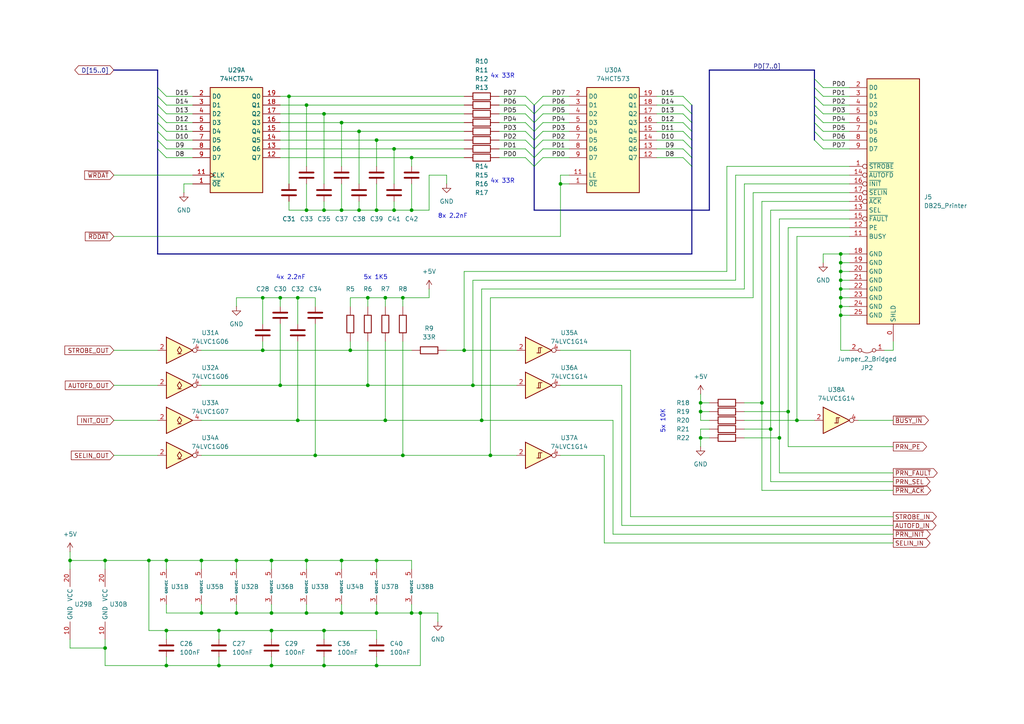
<source format=kicad_sch>
(kicad_sch (version 20231120) (generator "eeschema") (generator_version "8.0")
  (paper "A4")
  (title_block (title "PRINTER PORT") (date "2024-02-22") (rev "1") (company "(C) TOM STOREY") (comment 1 "FREE FOR NON-COMMERCIAL USE"))
  (lib_symbols
    (symbol "COMET_symbols:74x1G06"
      (property "Reference" "U" (at 0 0 0))
      (property "Value" "74x1G06" (at 0 0 0))
      (symbol "74x1G06_1_1"
        (pin input line (at -5.08 0 0) (length 2.54) (name "~") (number "2"))
        (pin open_collector inverted (at 7.62 0 180) (length 2.54) (name "~") (number "4"))
      )
      (symbol "74x1G06_1_2"
        (pin input inverted (at -5.08 0 0) (length 2.54) (name "~") (number "2"))
        (pin open_collector line (at 7.62 0 180) (length 2.54) (name "~") (number "4"))
      )
      (symbol "74x1G06_2_1"
        (pin power_in line (at 0 -5.08 90) (length 2.54) (name "GND") (number "3"))
        (pin power_in line (at 0 5.08 270) (length 2.54) (name "VCC") (number "5"))
      )
      (symbol "74x1G06_2_2"
        (pin power_in line (at 0 -5.08 90) (length 2.54) (name "GND") (number "3"))
        (pin power_in line (at 0 5.08 270) (length 2.54) (name "VCC") (number "5"))
      )
    )
    (symbol "COMET_symbols:74x1G07"
      (property "Reference" "U" (at 0 0 0))
      (property "Value" "74x1G07" (at 0 0 0))
      (symbol "74x1G07_1_1"
        (pin input line (at -5.08 0 0) (length 2.54) (name "~") (number "2"))
        (pin open_collector line (at 7.62 0 180) (length 2.54) (name "~") (number "4"))
      )
      (symbol "74x1G07_1_2"
        (pin input inverted (at -5.08 0 0) (length 2.54) (name "~") (number "2"))
        (pin open_collector inverted (at 7.62 0 180) (length 2.54) (name "~") (number "4"))
      )
      (symbol "74x1G07_2_1"
        (pin power_in line (at 0 -5.08 90) (length 2.54) (name "GND") (number "3"))
        (pin power_in line (at 0 5.08 270) (length 2.54) (name "VCC") (number "5"))
      )
      (symbol "74x1G07_2_2"
        (pin power_in line (at 0 -5.08 90) (length 2.54) (name "GND") (number "3"))
        (pin power_in line (at 0 5.08 270) (length 2.54) (name "VCC") (number "5"))
      )
    )
    (symbol "COMET_symbols:74x1G14"
      (property "Reference" "U" (at 0 0 0))
      (property "Value" "74x1G14" (at 0 0 0))
      (symbol "74x1G14_1_1"
        (pin input line (at -5.08 0 0) (length 2.54) (name "~") (number "2"))
        (pin output inverted (at 7.62 0 180) (length 2.54) (name "~") (number "4"))
      )
      (symbol "74x1G14_1_2"
        (pin input inverted (at -5.08 0 0) (length 2.54) (name "~") (number "2"))
        (pin output line (at 7.62 0 180) (length 2.54) (name "~") (number "4"))
      )
      (symbol "74x1G14_2_1"
        (pin power_in line (at 0 -5.08 90) (length 2.54) (name "GND") (number "3"))
        (pin power_in line (at 0 5.08 270) (length 2.54) (name "VCC") (number "5"))
      )
      (symbol "74x1G14_2_2"
        (pin power_in line (at 0 -5.08 90) (length 2.54) (name "GND") (number "3"))
        (pin power_in line (at 0 5.08 270) (length 2.54) (name "VCC") (number "5"))
      )
    )
    (symbol "COMET_symbols:74x573"
      (property "Reference" "U" (at 0 0 0))
      (property "Value" "74x573" (at 0 0 0))
      (symbol "74x573_1_1"
        (pin input line (at -12.7 -12.7 0) (length 5.08) (name "~{OE}") (number "1"))
        (pin input line (at -12.7 -10.16 0) (length 5.08) (name "LE") (number "11"))
        (pin tri_state line (at 12.7 -5.08 180) (length 5.08) (name "Q7") (number "12"))
        (pin tri_state line (at 12.7 -2.54 180) (length 5.08) (name "Q6") (number "13"))
        (pin tri_state line (at 12.7 0 180) (length 5.08) (name "Q5") (number "14"))
        (pin tri_state line (at 12.7 2.54 180) (length 5.08) (name "Q4") (number "15"))
        (pin tri_state line (at 12.7 5.08 180) (length 5.08) (name "Q3") (number "16"))
        (pin tri_state line (at 12.7 7.62 180) (length 5.08) (name "Q2") (number "17"))
        (pin tri_state line (at 12.7 10.16 180) (length 5.08) (name "Q1") (number "18"))
        (pin tri_state line (at 12.7 12.7 180) (length 5.08) (name "Q0") (number "19"))
        (pin input line (at -12.7 12.7 0) (length 5.08) (name "D0") (number "2"))
        (pin input line (at -12.7 10.16 0) (length 5.08) (name "D1") (number "3"))
        (pin input line (at -12.7 7.62 0) (length 5.08) (name "D2") (number "4"))
        (pin input line (at -12.7 5.08 0) (length 5.08) (name "D3") (number "5"))
        (pin input line (at -12.7 2.54 0) (length 5.08) (name "D4") (number "6"))
        (pin input line (at -12.7 0 0) (length 5.08) (name "D5") (number "7"))
        (pin input line (at -12.7 -2.54 0) (length 5.08) (name "D6") (number "8"))
        (pin input line (at -12.7 -5.08 0) (length 5.08) (name "D7") (number "9"))
      )
      (symbol "74x573_2_1"
        (pin power_in line (at 0 -10.16 90) (length 5.08) (name "GND") (number "10"))
        (pin power_in line (at 0 10.16 270) (length 5.08) (name "VCC") (number "20"))
      )
    )
    (symbol "COMET_symbols:74x574"
      (property "Reference" "U" (at 0 0 0))
      (property "Value" "74x574" (at 0 0 0))
      (symbol "74x574_1_1"
        (pin input line (at -12.7 -12.7 0) (length 5.08) (name "~{OE}") (number "1"))
        (pin input clock (at -12.7 -10.16 0) (length 5.08) (name "CLK") (number "11"))
        (pin tri_state line (at 12.7 -5.08 180) (length 5.08) (name "Q7") (number "12"))
        (pin tri_state line (at 12.7 -2.54 180) (length 5.08) (name "Q6") (number "13"))
        (pin tri_state line (at 12.7 0 180) (length 5.08) (name "Q5") (number "14"))
        (pin tri_state line (at 12.7 2.54 180) (length 5.08) (name "Q4") (number "15"))
        (pin tri_state line (at 12.7 5.08 180) (length 5.08) (name "Q3") (number "16"))
        (pin tri_state line (at 12.7 7.62 180) (length 5.08) (name "Q2") (number "17"))
        (pin tri_state line (at 12.7 10.16 180) (length 5.08) (name "Q1") (number "18"))
        (pin tri_state line (at 12.7 12.7 180) (length 5.08) (name "Q0") (number "19"))
        (pin input line (at -12.7 12.7 0) (length 5.08) (name "D0") (number "2"))
        (pin input line (at -12.7 10.16 0) (length 5.08) (name "D1") (number "3"))
        (pin input line (at -12.7 7.62 0) (length 5.08) (name "D2") (number "4"))
        (pin input line (at -12.7 5.08 0) (length 5.08) (name "D3") (number "5"))
        (pin input line (at -12.7 2.54 0) (length 5.08) (name "D4") (number "6"))
        (pin input line (at -12.7 0 0) (length 5.08) (name "D5") (number "7"))
        (pin input line (at -12.7 -2.54 0) (length 5.08) (name "D6") (number "8"))
        (pin input line (at -12.7 -5.08 0) (length 5.08) (name "D7") (number "9"))
      )
      (symbol "74x574_2_1"
        (pin power_in line (at 0 -10.16 90) (length 5.08) (name "GND") (number "10"))
        (pin power_in line (at 0 10.16 270) (length 5.08) (name "VCC") (number "20"))
      )
    )
    (symbol "COMET_symbols:C" (pin_numbers hide) (pin_names hide)
      (property "Reference" "C" (at 0 0 0))
      (property "Value" "C" (at 0 0 0))
      (symbol "C_1_1"
        (pin passive line (at 0 2.54 270) (length 1.524) (name "~") (number "1"))
        (pin passive line (at 0 -2.54 90) (length 1.524) (name "~") (number "2"))
      )
    )
    (symbol "COMET_symbols:R" (pin_numbers hide) (pin_names hide)
      (property "Reference" "R" (at 0 0 0))
      (property "Value" "R" (at 0 0 0))
      (symbol "R_1_1"
        (pin passive line (at 0 5.08 270) (length 2.54) (name "~") (number "1"))
        (pin passive line (at 0 -5.08 90) (length 2.54) (name "~") (number "2"))
      )
    )
    (symbol "Jumper:Jumper_2_Bridged" (pin_names (offset 0) hide)
      (property "Reference" "JP" (at 0 1.905 0))
      (property "Value" "Jumper_2_Bridged" (at 0 -2.54 0))
      (symbol "Jumper_2_Bridged_1_1"
        (pin passive line (at -5.08 0 0) (length 2.54) (name "A") (number "1"))
        (pin passive line (at 5.08 0 180) (length 2.54) (name "B") (number "2"))
      )
    )
    (symbol "Printer_Interface:DB25_Printer"
      (property "Reference" "X" (at 0 0 0))
      (property "Value" "DB25_Printer" (at 0 0 0))
      (symbol "DB25_Printer_1_1"
        (pin passive line (at 0 -40.64 90) (length 5.08) (name "SHLD") (number "0"))
        (pin bidirectional inverted (at -12.7 10.16 0) (length 5.08) (name "~{STROBE}") (number "1"))
        (pin output inverted (at -12.7 0 0) (length 5.08) (name "~{ACK}") (number "10"))
        (pin output line (at -12.7 -10.16 0) (length 5.08) (name "BUSY") (number "11"))
        (pin output line (at -12.7 -7.62 0) (length 5.08) (name "PE") (number "12"))
        (pin output line (at -12.7 -2.54 0) (length 5.08) (name "SEL") (number "13"))
        (pin bidirectional inverted (at -12.7 7.62 0) (length 5.08) (name "~{AUTOFD}") (number "14"))
        (pin output inverted (at -12.7 -5.08 0) (length 5.08) (name "~{FAULT}") (number "15"))
        (pin bidirectional inverted (at -12.7 5.08 0) (length 5.08) (name "~{INIT}") (number "16"))
        (pin bidirectional inverted (at -12.7 2.54 0) (length 5.08) (name "~{SELIN}") (number "17"))
        (pin power_in line (at -12.7 -15.24 0) (length 5.08) (name "GND") (number "18"))
        (pin power_in line (at -12.7 -17.78 0) (length 5.08) (name "GND") (number "19"))
        (pin bidirectional line (at -12.7 33.02 0) (length 5.08) (name "D0") (number "2"))
        (pin power_in line (at -12.7 -20.32 0) (length 5.08) (name "GND") (number "20"))
        (pin power_in line (at -12.7 -22.86 0) (length 5.08) (name "GND") (number "21"))
        (pin power_in line (at -12.7 -25.4 0) (length 5.08) (name "GND") (number "22"))
        (pin power_in line (at -12.7 -27.94 0) (length 5.08) (name "GND") (number "23"))
        (pin power_in line (at -12.7 -30.48 0) (length 5.08) (name "GND") (number "24"))
        (pin power_in line (at -12.7 -33.02 0) (length 5.08) (name "GND") (number "25"))
        (pin bidirectional line (at -12.7 30.48 0) (length 5.08) (name "D1") (number "3"))
        (pin bidirectional line (at -12.7 27.94 0) (length 5.08) (name "D2") (number "4"))
        (pin bidirectional line (at -12.7 25.4 0) (length 5.08) (name "D3") (number "5"))
        (pin bidirectional line (at -12.7 22.86 0) (length 5.08) (name "D4") (number "6"))
        (pin bidirectional line (at -12.7 20.32 0) (length 5.08) (name "D5") (number "7"))
        (pin bidirectional line (at -12.7 17.78 0) (length 5.08) (name "D6") (number "8"))
        (pin bidirectional line (at -12.7 15.24 0) (length 5.08) (name "D7") (number "9"))
      )
    )
    (symbol "power:+5V" (power) (pin_numbers hide) (pin_names (offset 0) hide)
      (property "Value" "+5V" (at 0 3.556 0))
      (symbol "+5V_1_1"
        (pin power_in line (at 0 0 90) (length 0) (name "~") (number "1"))
      )
    )
    (symbol "power:GND" (power) (pin_numbers hide) (pin_names (offset 0) hide)
      (property "Value" "GND" (at 0 -3.81 0))
      (symbol "GND_1_1"
        (pin power_in line (at 0 0 270) (length 0) (name "~") (number "1"))
      )
    )
  )
  (junction (at 78.74 193.04))
  (junction (at 203.2 116.84))
  (junction (at 134.62 101.6))
  (junction (at 104.14 60.96))
  (junction (at 58.42 177.8))
  (junction (at 81.28 111.76))
  (junction (at 142.24 132.08))
  (junction (at 76.2 101.6))
  (junction (at 243.84 81.28))
  (junction (at 104.14 38.1))
  (junction (at 48.26 162.56))
  (junction (at 99.06 177.8))
  (junction (at 226.06 127))
  (junction (at 119.38 60.96))
  (junction (at 88.9 162.56))
  (junction (at 106.68 86.36))
  (junction (at 223.52 124.46))
  (junction (at 81.28 86.36))
  (junction (at 109.22 60.96))
  (junction (at 78.74 162.56))
  (junction (at 93.98 33.02))
  (junction (at 109.22 162.56))
  (junction (at 119.38 45.72))
  (junction (at 88.9 60.96))
  (junction (at 203.2 119.38))
  (junction (at 203.2 127))
  (junction (at 109.22 193.04))
  (junction (at 68.58 177.8))
  (junction (at 58.42 162.56))
  (junction (at 99.06 162.56))
  (junction (at 88.9 177.8))
  (junction (at 101.6 101.6))
  (junction (at 76.2 86.36))
  (junction (at 116.84 86.36))
  (junction (at 243.84 83.82))
  (junction (at 48.26 182.88))
  (junction (at 243.84 76.2))
  (junction (at 48.26 193.04))
  (junction (at 243.84 73.66))
  (junction (at 109.22 40.64))
  (junction (at 99.06 35.56))
  (junction (at 243.84 88.9))
  (junction (at 43.18 162.56))
  (junction (at 30.48 187.96))
  (junction (at 86.36 86.36))
  (junction (at 93.98 60.96))
  (junction (at 114.3 60.96))
  (junction (at 78.74 182.88))
  (junction (at 220.98 116.84))
  (junction (at 243.84 78.74))
  (junction (at 139.7 121.92))
  (junction (at 99.06 60.96))
  (junction (at 63.5 193.04))
  (junction (at 228.6 119.38))
  (junction (at 114.3 43.18))
  (junction (at 30.48 162.56))
  (junction (at 121.92 177.8))
  (junction (at 109.22 177.8))
  (junction (at 88.9 30.48))
  (junction (at 231.14 121.92))
  (junction (at 111.76 86.36))
  (junction (at 93.98 182.88))
  (junction (at 116.84 132.08))
  (junction (at 106.68 111.76))
  (junction (at 63.5 182.88))
  (junction (at 111.76 121.92))
  (junction (at 20.32 162.56))
  (junction (at 119.38 177.8))
  (junction (at 162.56 53.34))
  (junction (at 137.16 111.76))
  (junction (at 68.58 162.56))
  (junction (at 78.74 177.8))
  (junction (at 91.44 132.08))
  (junction (at 83.82 27.94))
  (junction (at 243.84 86.36))
  (junction (at 86.36 121.92))
  (junction (at 93.98 193.04))
  (junction (at 243.84 91.44))
  (bus_entry (at 152.4 45.72) (size 2.54 2.54))
  (bus_entry (at 236.22 33.02) (size 2.54 2.54))
  (bus_entry (at 157.48 33.02) (size -2.54 2.54))
  (bus_entry (at 45.72 27.94) (size 2.54 2.54))
  (bus_entry (at 236.22 35.56) (size 2.54 2.54))
  (bus_entry (at 45.72 38.1) (size 2.54 2.54))
  (bus_entry (at 152.4 30.48) (size 2.54 2.54))
  (bus_entry (at 152.4 38.1) (size 2.54 2.54))
  (bus_entry (at 157.48 35.56) (size -2.54 2.54))
  (bus_entry (at 45.72 35.56) (size 2.54 2.54))
  (bus_entry (at 236.22 38.1) (size 2.54 2.54))
  (bus_entry (at 152.4 27.94) (size 2.54 2.54))
  (bus_entry (at 152.4 43.18) (size 2.54 2.54))
  (bus_entry (at 198.12 38.1) (size 2.54 2.54))
  (bus_entry (at 45.72 33.02) (size 2.54 2.54))
  (bus_entry (at 198.12 40.64) (size 2.54 2.54))
  (bus_entry (at 152.4 40.64) (size 2.54 2.54))
  (bus_entry (at 157.48 40.64) (size -2.54 2.54))
  (bus_entry (at 45.72 25.4) (size 2.54 2.54))
  (bus_entry (at 152.4 35.56) (size 2.54 2.54))
  (bus_entry (at 236.22 30.48) (size 2.54 2.54))
  (bus_entry (at 157.48 45.72) (size -2.54 2.54))
  (bus_entry (at 198.12 33.02) (size 2.54 2.54))
  (bus_entry (at 157.48 38.1) (size -2.54 2.54))
  (bus_entry (at 152.4 33.02) (size 2.54 2.54))
  (bus_entry (at 236.22 22.86) (size 2.54 2.54))
  (bus_entry (at 45.72 30.48) (size 2.54 2.54))
  (bus_entry (at 236.22 40.64) (size 2.54 2.54))
  (bus_entry (at 157.48 43.18) (size -2.54 2.54))
  (bus_entry (at 198.12 35.56) (size 2.54 2.54))
  (bus_entry (at 198.12 30.48) (size 2.54 2.54))
  (bus_entry (at 198.12 45.72) (size 2.54 2.54))
  (bus_entry (at 236.22 27.94) (size 2.54 2.54))
  (bus_entry (at 198.12 27.94) (size 2.54 2.54))
  (bus_entry (at 45.72 40.64) (size 2.54 2.54))
  (bus_entry (at 157.48 30.48) (size -2.54 2.54))
  (bus_entry (at 45.72 43.18) (size 2.54 2.54))
  (bus_entry (at 198.12 43.18) (size 2.54 2.54))
  (bus_entry (at 236.22 25.4) (size 2.54 2.54))
  (bus_entry (at 157.48 27.94) (size -2.54 2.54))
  (bus (pts (xy 236.22 38.1) (xy 236.22 40.64)))
  (wire (pts (xy 93.98 193.04) (xy 78.74 193.04)))
  (wire (pts (xy 243.84 76.2) (xy 246.38 76.2)))
  (bus (pts (xy 205.74 20.32) (xy 236.22 20.32)))
  (wire (pts (xy 88.9 60.96) (xy 93.98 60.96)))
  (wire (pts (xy 109.22 190.5) (xy 109.22 193.04)))
  (wire (pts (xy 81.28 35.56) (xy 99.06 35.56)))
  (wire (pts (xy 190.5 40.64) (xy 198.12 40.64)))
  (wire (pts (xy 68.58 162.56) (xy 68.58 165.1)))
  (bus (pts (xy 154.94 35.56) (xy 154.94 38.1)))
  (wire (pts (xy 215.9 121.92) (xy 231.14 121.92)))
  (wire (pts (xy 144.78 40.64) (xy 152.4 40.64)))
  (wire (pts (xy 124.46 86.36) (xy 116.84 86.36)))
  (wire (pts (xy 99.06 175.26) (xy 99.06 177.8)))
  (wire (pts (xy 162.56 111.76) (xy 180.34 111.76)))
  (wire (pts (xy 111.76 99.06) (xy 111.76 121.92)))
  (wire (pts (xy 203.2 119.38) (xy 205.74 119.38)))
  (wire (pts (xy 111.76 121.92) (xy 139.7 121.92)))
  (wire (pts (xy 111.76 86.36) (xy 116.84 86.36)))
  (wire (pts (xy 68.58 175.26) (xy 68.58 177.8)))
  (wire (pts (xy 203.2 124.46) (xy 203.2 127)))
  (bus (pts (xy 45.72 27.94) (xy 45.72 30.48)))
  (wire (pts (xy 175.26 157.48) (xy 259.08 157.48)))
  (wire (pts (xy 190.5 43.18) (xy 198.12 43.18)))
  (wire (pts (xy 177.8 154.94) (xy 259.08 154.94)))
  (wire (pts (xy 106.68 111.76) (xy 137.16 111.76)))
  (wire (pts (xy 142.24 132.08) (xy 149.86 132.08)))
  (wire (pts (xy 99.06 53.34) (xy 99.06 60.96)))
  (wire (pts (xy 124.46 50.8) (xy 129.54 50.8)))
  (wire (pts (xy 106.68 86.36) (xy 106.68 88.9)))
  (wire (pts (xy 109.22 40.64) (xy 109.22 48.26)))
  (wire (pts (xy 243.84 91.44) (xy 246.38 91.44)))
  (wire (pts (xy 238.76 25.4) (xy 246.38 25.4)))
  (wire (pts (xy 142.24 132.08) (xy 142.24 86.36)))
  (wire (pts (xy 58.42 177.8) (xy 68.58 177.8)))
  (wire (pts (xy 259.08 99.06) (xy 259.08 101.6)))
  (wire (pts (xy 127 180.34) (xy 127 177.8)))
  (wire (pts (xy 48.26 162.56) (xy 48.26 165.1)))
  (wire (pts (xy 78.74 190.5) (xy 78.74 193.04)))
  (wire (pts (xy 81.28 30.48) (xy 88.9 30.48)))
  (wire (pts (xy 246.38 48.26) (xy 210.82 48.26)))
  (wire (pts (xy 119.38 177.8) (xy 121.92 177.8)))
  (bus (pts (xy 200.66 35.56) (xy 200.66 38.1)))
  (wire (pts (xy 137.16 111.76) (xy 149.86 111.76)))
  (wire (pts (xy 48.26 177.8) (xy 58.42 177.8)))
  (wire (pts (xy 99.06 35.56) (xy 134.62 35.56)))
  (wire (pts (xy 33.02 68.58) (xy 162.56 68.58)))
  (bus (pts (xy 236.22 33.02) (xy 236.22 35.56)))
  (wire (pts (xy 99.06 162.56) (xy 99.06 165.1)))
  (wire (pts (xy 157.48 30.48) (xy 165.1 30.48)))
  (wire (pts (xy 137.16 111.76) (xy 137.16 81.28)))
  (wire (pts (xy 109.22 193.04) (xy 93.98 193.04)))
  (wire (pts (xy 81.28 27.94) (xy 83.82 27.94)))
  (wire (pts (xy 86.36 121.92) (xy 111.76 121.92)))
  (wire (pts (xy 223.52 139.7) (xy 259.08 139.7)))
  (wire (pts (xy 134.62 101.6) (xy 134.62 78.74)))
  (wire (pts (xy 119.38 162.56) (xy 119.38 165.1)))
  (wire (pts (xy 58.42 101.6) (xy 76.2 101.6)))
  (wire (pts (xy 88.9 175.26) (xy 88.9 177.8)))
  (wire (pts (xy 48.26 30.48) (xy 55.88 30.48)))
  (wire (pts (xy 109.22 182.88) (xy 109.22 185.42)))
  (bus (pts (xy 45.72 30.48) (xy 45.72 33.02)))
  (wire (pts (xy 243.84 76.2) (xy 243.84 78.74)))
  (wire (pts (xy 238.76 33.02) (xy 246.38 33.02)))
  (wire (pts (xy 119.38 53.34) (xy 119.38 60.96)))
  (wire (pts (xy 104.14 60.96) (xy 109.22 60.96)))
  (wire (pts (xy 63.5 182.88) (xy 78.74 182.88)))
  (wire (pts (xy 63.5 190.5) (xy 63.5 193.04)))
  (wire (pts (xy 220.98 58.42) (xy 220.98 116.84)))
  (bus (pts (xy 45.72 25.4) (xy 45.72 27.94)))
  (wire (pts (xy 33.02 121.92) (xy 45.72 121.92)))
  (bus (pts (xy 200.66 30.48) (xy 200.66 33.02)))
  (wire (pts (xy 119.38 175.26) (xy 119.38 177.8)))
  (bus (pts (xy 236.22 30.48) (xy 236.22 33.02)))
  (wire (pts (xy 81.28 43.18) (xy 114.3 43.18)))
  (bus (pts (xy 154.94 60.96) (xy 205.74 60.96)))
  (wire (pts (xy 190.5 30.48) (xy 198.12 30.48)))
  (wire (pts (xy 48.26 45.72) (xy 55.88 45.72)))
  (wire (pts (xy 33.02 50.8) (xy 55.88 50.8)))
  (wire (pts (xy 91.44 132.08) (xy 116.84 132.08)))
  (wire (pts (xy 215.9 116.84) (xy 220.98 116.84)))
  (wire (pts (xy 243.84 81.28) (xy 246.38 81.28)))
  (wire (pts (xy 139.7 121.92) (xy 177.8 121.92)))
  (wire (pts (xy 248.92 121.92) (xy 259.08 121.92)))
  (wire (pts (xy 144.78 43.18) (xy 152.4 43.18)))
  (wire (pts (xy 215.9 119.38) (xy 228.6 119.38)))
  (bus (pts (xy 45.72 35.56) (xy 45.72 38.1)))
  (wire (pts (xy 231.14 68.58) (xy 231.14 121.92)))
  (bus (pts (xy 154.94 45.72) (xy 154.94 48.26)))
  (wire (pts (xy 190.5 33.02) (xy 198.12 33.02)))
  (wire (pts (xy 144.78 33.02) (xy 152.4 33.02)))
  (wire (pts (xy 137.16 81.28) (xy 213.36 81.28)))
  (wire (pts (xy 190.5 27.94) (xy 198.12 27.94)))
  (wire (pts (xy 246.38 50.8) (xy 213.36 50.8)))
  (wire (pts (xy 58.42 132.08) (xy 91.44 132.08)))
  (wire (pts (xy 101.6 99.06) (xy 101.6 101.6)))
  (bus (pts (xy 200.66 33.02) (xy 200.66 35.56)))
  (wire (pts (xy 243.84 86.36) (xy 243.84 88.9)))
  (wire (pts (xy 116.84 99.06) (xy 116.84 132.08)))
  (wire (pts (xy 119.38 45.72) (xy 134.62 45.72)))
  (wire (pts (xy 116.84 132.08) (xy 142.24 132.08)))
  (wire (pts (xy 228.6 66.04) (xy 228.6 119.38)))
  (wire (pts (xy 246.38 68.58) (xy 231.14 68.58)))
  (bus (pts (xy 236.22 20.32) (xy 236.22 22.86)))
  (wire (pts (xy 114.3 60.96) (xy 119.38 60.96)))
  (bus (pts (xy 45.72 43.18) (xy 45.72 73.66)))
  (wire (pts (xy 162.56 53.34) (xy 162.56 68.58)))
  (bus (pts (xy 200.66 45.72) (xy 200.66 48.26)))
  (wire (pts (xy 243.84 83.82) (xy 246.38 83.82)))
  (wire (pts (xy 76.2 86.36) (xy 76.2 93.98)))
  (wire (pts (xy 88.9 53.34) (xy 88.9 60.96)))
  (bus (pts (xy 154.94 43.18) (xy 154.94 45.72)))
  (wire (pts (xy 203.2 127) (xy 203.2 129.54)))
  (wire (pts (xy 243.84 78.74) (xy 243.84 81.28)))
  (wire (pts (xy 142.24 86.36) (xy 218.44 86.36)))
  (wire (pts (xy 58.42 175.26) (xy 58.42 177.8)))
  (wire (pts (xy 157.48 43.18) (xy 165.1 43.18)))
  (wire (pts (xy 243.84 81.28) (xy 243.84 83.82)))
  (wire (pts (xy 246.38 63.5) (xy 226.06 63.5)))
  (wire (pts (xy 30.48 162.56) (xy 43.18 162.56)))
  (wire (pts (xy 63.5 193.04) (xy 48.26 193.04)))
  (wire (pts (xy 246.38 58.42) (xy 220.98 58.42)))
  (bus (pts (xy 45.72 33.02) (xy 45.72 35.56)))
  (wire (pts (xy 104.14 58.42) (xy 104.14 60.96)))
  (wire (pts (xy 215.9 127) (xy 226.06 127)))
  (wire (pts (xy 68.58 162.56) (xy 78.74 162.56)))
  (wire (pts (xy 182.88 101.6) (xy 182.88 149.86)))
  (wire (pts (xy 238.76 38.1) (xy 246.38 38.1)))
  (bus (pts (xy 154.94 38.1) (xy 154.94 40.64)))
  (wire (pts (xy 43.18 182.88) (xy 43.18 162.56)))
  (wire (pts (xy 238.76 30.48) (xy 246.38 30.48)))
  (bus (pts (xy 45.72 38.1) (xy 45.72 40.64)))
  (bus (pts (xy 236.22 25.4) (xy 236.22 27.94)))
  (wire (pts (xy 238.76 27.94) (xy 246.38 27.94)))
  (wire (pts (xy 243.84 73.66) (xy 243.84 76.2)))
  (wire (pts (xy 203.2 119.38) (xy 203.2 121.92)))
  (wire (pts (xy 48.26 162.56) (xy 58.42 162.56)))
  (wire (pts (xy 114.3 58.42) (xy 114.3 60.96)))
  (wire (pts (xy 48.26 190.5) (xy 48.26 193.04)))
  (wire (pts (xy 48.26 40.64) (xy 55.88 40.64)))
  (wire (pts (xy 203.2 127) (xy 205.74 127)))
  (wire (pts (xy 48.26 27.94) (xy 55.88 27.94)))
  (wire (pts (xy 48.26 175.26) (xy 48.26 177.8)))
  (wire (pts (xy 48.26 182.88) (xy 63.5 182.88)))
  (wire (pts (xy 243.84 88.9) (xy 243.84 91.44)))
  (wire (pts (xy 215.9 124.46) (xy 223.52 124.46)))
  (wire (pts (xy 68.58 177.8) (xy 78.74 177.8)))
  (wire (pts (xy 243.84 83.82) (xy 243.84 86.36)))
  (wire (pts (xy 246.38 66.04) (xy 228.6 66.04)))
  (wire (pts (xy 93.98 33.02) (xy 134.62 33.02)))
  (bus (pts (xy 45.72 20.32) (xy 45.72 25.4)))
  (wire (pts (xy 121.92 177.8) (xy 121.92 193.04)))
  (wire (pts (xy 116.84 86.36) (xy 116.84 88.9)))
  (wire (pts (xy 162.56 53.34) (xy 165.1 53.34)))
  (wire (pts (xy 81.28 40.64) (xy 109.22 40.64)))
  (wire (pts (xy 228.6 119.38) (xy 228.6 129.54)))
  (wire (pts (xy 101.6 101.6) (xy 119.38 101.6)))
  (wire (pts (xy 203.2 116.84) (xy 203.2 119.38)))
  (wire (pts (xy 243.84 91.44) (xy 243.84 101.6)))
  (wire (pts (xy 134.62 101.6) (xy 149.86 101.6)))
  (wire (pts (xy 223.52 124.46) (xy 223.52 139.7)))
  (wire (pts (xy 218.44 55.88) (xy 218.44 86.36)))
  (wire (pts (xy 203.2 114.3) (xy 203.2 116.84)))
  (bus (pts (xy 154.94 48.26) (xy 154.94 60.96)))
  (wire (pts (xy 58.42 162.56) (xy 68.58 162.56)))
  (wire (pts (xy 55.88 53.34) (xy 53.34 53.34)))
  (bus (pts (xy 154.94 33.02) (xy 154.94 35.56)))
  (wire (pts (xy 119.38 45.72) (xy 119.38 48.26)))
  (wire (pts (xy 104.14 38.1) (xy 104.14 53.34)))
  (wire (pts (xy 157.48 38.1) (xy 165.1 38.1)))
  (wire (pts (xy 205.74 124.46) (xy 203.2 124.46)))
  (wire (pts (xy 124.46 83.82) (xy 124.46 86.36)))
  (wire (pts (xy 101.6 88.9) (xy 101.6 86.36)))
  (wire (pts (xy 256.54 101.6) (xy 259.08 101.6)))
  (wire (pts (xy 246.38 53.34) (xy 215.9 53.34)))
  (wire (pts (xy 243.84 86.36) (xy 246.38 86.36)))
  (wire (pts (xy 78.74 177.8) (xy 88.9 177.8)))
  (wire (pts (xy 93.98 182.88) (xy 93.98 185.42)))
  (wire (pts (xy 231.14 121.92) (xy 236.22 121.92)))
  (wire (pts (xy 157.48 33.02) (xy 165.1 33.02)))
  (wire (pts (xy 86.36 99.06) (xy 86.36 121.92)))
  (wire (pts (xy 88.9 30.48) (xy 88.9 48.26)))
  (wire (pts (xy 20.32 187.96) (xy 30.48 187.96)))
  (wire (pts (xy 63.5 182.88) (xy 63.5 185.42)))
  (wire (pts (xy 86.36 86.36) (xy 86.36 93.98)))
  (wire (pts (xy 246.38 73.66) (xy 243.84 73.66)))
  (wire (pts (xy 228.6 129.54) (xy 259.08 129.54)))
  (wire (pts (xy 223.52 60.96) (xy 223.52 124.46)))
  (wire (pts (xy 220.98 116.84) (xy 220.98 142.24)))
  (bus (pts (xy 45.72 40.64) (xy 45.72 43.18)))
  (wire (pts (xy 129.54 50.8) (xy 129.54 53.34)))
  (wire (pts (xy 210.82 48.26) (xy 210.82 78.74)))
  (wire (pts (xy 48.26 182.88) (xy 43.18 182.88)))
  (wire (pts (xy 93.98 190.5) (xy 93.98 193.04)))
  (wire (pts (xy 144.78 38.1) (xy 152.4 38.1)))
  (wire (pts (xy 243.84 88.9) (xy 246.38 88.9)))
  (wire (pts (xy 20.32 162.56) (xy 20.32 165.1)))
  (wire (pts (xy 91.44 86.36) (xy 91.44 88.9)))
  (wire (pts (xy 83.82 58.42) (xy 83.82 60.96)))
  (wire (pts (xy 81.28 86.36) (xy 81.28 88.9)))
  (wire (pts (xy 238.76 73.66) (xy 243.84 73.66)))
  (wire (pts (xy 99.06 35.56) (xy 99.06 48.26)))
  (wire (pts (xy 33.02 132.08) (xy 45.72 132.08)))
  (wire (pts (xy 238.76 43.18) (xy 246.38 43.18)))
  (wire (pts (xy 109.22 60.96) (xy 114.3 60.96)))
  (wire (pts (xy 81.28 33.02) (xy 93.98 33.02)))
  (bus (pts (xy 200.66 73.66) (xy 45.72 73.66)))
  (wire (pts (xy 226.06 127) (xy 226.06 137.16)))
  (wire (pts (xy 215.9 53.34) (xy 215.9 83.82)))
  (wire (pts (xy 81.28 45.72) (xy 119.38 45.72)))
  (wire (pts (xy 33.02 111.76) (xy 45.72 111.76)))
  (wire (pts (xy 246.38 101.6) (xy 243.84 101.6)))
  (wire (pts (xy 91.44 93.98) (xy 91.44 132.08)))
  (wire (pts (xy 43.18 162.56) (xy 48.26 162.56)))
  (wire (pts (xy 68.58 88.9) (xy 68.58 86.36)))
  (wire (pts (xy 203.2 116.84) (xy 205.74 116.84)))
  (wire (pts (xy 121.92 177.8) (xy 127 177.8)))
  (wire (pts (xy 78.74 175.26) (xy 78.74 177.8)))
  (wire (pts (xy 86.36 86.36) (xy 91.44 86.36)))
  (wire (pts (xy 226.06 137.16) (xy 259.08 137.16)))
  (wire (pts (xy 114.3 43.18) (xy 134.62 43.18)))
  (wire (pts (xy 144.78 35.56) (xy 152.4 35.56)))
  (wire (pts (xy 157.48 40.64) (xy 165.1 40.64)))
  (wire (pts (xy 88.9 177.8) (xy 99.06 177.8)))
  (wire (pts (xy 124.46 60.96) (xy 124.46 50.8)))
  (wire (pts (xy 213.36 50.8) (xy 213.36 81.28)))
  (wire (pts (xy 246.38 60.96) (xy 223.52 60.96)))
  (wire (pts (xy 144.78 45.72) (xy 152.4 45.72)))
  (wire (pts (xy 109.22 177.8) (xy 119.38 177.8)))
  (wire (pts (xy 93.98 58.42) (xy 93.98 60.96)))
  (wire (pts (xy 78.74 162.56) (xy 78.74 165.1)))
  (wire (pts (xy 220.98 142.24) (xy 259.08 142.24)))
  (wire (pts (xy 129.54 101.6) (xy 134.62 101.6)))
  (wire (pts (xy 144.78 27.94) (xy 152.4 27.94)))
  (wire (pts (xy 48.26 33.02) (xy 55.88 33.02)))
  (wire (pts (xy 78.74 182.88) (xy 93.98 182.88)))
  (wire (pts (xy 88.9 30.48) (xy 134.62 30.48)))
  (wire (pts (xy 162.56 50.8) (xy 162.56 53.34)))
  (wire (pts (xy 109.22 40.64) (xy 134.62 40.64)))
  (wire (pts (xy 88.9 162.56) (xy 88.9 165.1)))
  (wire (pts (xy 99.06 60.96) (xy 104.14 60.96)))
  (wire (pts (xy 190.5 38.1) (xy 198.12 38.1)))
  (wire (pts (xy 48.26 35.56) (xy 55.88 35.56)))
  (bus (pts (xy 200.66 38.1) (xy 200.66 40.64)))
  (wire (pts (xy 109.22 53.34) (xy 109.22 60.96)))
  (wire (pts (xy 205.74 121.92) (xy 203.2 121.92)))
  (wire (pts (xy 81.28 111.76) (xy 106.68 111.76)))
  (wire (pts (xy 48.26 43.18) (xy 55.88 43.18)))
  (wire (pts (xy 83.82 60.96) (xy 88.9 60.96)))
  (wire (pts (xy 68.58 86.36) (xy 76.2 86.36)))
  (wire (pts (xy 48.26 38.1) (xy 55.88 38.1)))
  (wire (pts (xy 83.82 27.94) (xy 134.62 27.94)))
  (wire (pts (xy 33.02 101.6) (xy 45.72 101.6)))
  (wire (pts (xy 58.42 111.76) (xy 81.28 111.76)))
  (wire (pts (xy 106.68 99.06) (xy 106.68 111.76)))
  (wire (pts (xy 182.88 149.86) (xy 259.08 149.86)))
  (wire (pts (xy 58.42 162.56) (xy 58.42 165.1)))
  (bus (pts (xy 154.94 30.48) (xy 154.94 33.02)))
  (bus (pts (xy 200.66 43.18) (xy 200.66 45.72)))
  (wire (pts (xy 139.7 121.92) (xy 139.7 83.82)))
  (wire (pts (xy 76.2 101.6) (xy 101.6 101.6)))
  (bus (pts (xy 33.02 20.32) (xy 45.72 20.32)))
  (wire (pts (xy 111.76 86.36) (xy 111.76 88.9)))
  (wire (pts (xy 78.74 182.88) (xy 78.74 185.42)))
  (wire (pts (xy 81.28 93.98) (xy 81.28 111.76)))
  (wire (pts (xy 99.06 177.8) (xy 109.22 177.8)))
  (wire (pts (xy 81.28 86.36) (xy 86.36 86.36)))
  (bus (pts (xy 236.22 35.56) (xy 236.22 38.1)))
  (wire (pts (xy 226.06 63.5) (xy 226.06 127)))
  (wire (pts (xy 165.1 50.8) (xy 162.56 50.8)))
  (wire (pts (xy 177.8 121.92) (xy 177.8 154.94)))
  (bus (pts (xy 154.94 40.64) (xy 154.94 43.18)))
  (wire (pts (xy 30.48 162.56) (xy 30.48 165.1)))
  (wire (pts (xy 20.32 185.42) (xy 20.32 187.96)))
  (wire (pts (xy 180.34 152.4) (xy 259.08 152.4)))
  (wire (pts (xy 162.56 101.6) (xy 182.88 101.6)))
  (wire (pts (xy 78.74 193.04) (xy 63.5 193.04)))
  (wire (pts (xy 157.48 45.72) (xy 165.1 45.72)))
  (wire (pts (xy 134.62 78.74) (xy 210.82 78.74)))
  (wire (pts (xy 157.48 27.94) (xy 165.1 27.94)))
  (wire (pts (xy 93.98 60.96) (xy 99.06 60.96)))
  (wire (pts (xy 238.76 40.64) (xy 246.38 40.64)))
  (wire (pts (xy 76.2 86.36) (xy 81.28 86.36)))
  (wire (pts (xy 101.6 86.36) (xy 106.68 86.36)))
  (wire (pts (xy 109.22 162.56) (xy 119.38 162.56)))
  (wire (pts (xy 114.3 43.18) (xy 114.3 53.34)))
  (wire (pts (xy 78.74 162.56) (xy 88.9 162.56)))
  (wire (pts (xy 88.9 162.56) (xy 99.06 162.56)))
  (wire (pts (xy 190.5 45.72) (xy 198.12 45.72)))
  (wire (pts (xy 119.38 60.96) (xy 124.46 60.96)))
  (wire (pts (xy 139.7 83.82) (xy 215.9 83.82)))
  (wire (pts (xy 48.26 182.88) (xy 48.26 185.42)))
  (wire (pts (xy 157.48 35.56) (xy 165.1 35.56)))
  (wire (pts (xy 83.82 27.94) (xy 83.82 53.34)))
  (wire (pts (xy 162.56 132.08) (xy 175.26 132.08)))
  (wire (pts (xy 175.26 132.08) (xy 175.26 157.48)))
  (wire (pts (xy 109.22 193.04) (xy 121.92 193.04)))
  (wire (pts (xy 58.42 121.92) (xy 86.36 121.92)))
  (wire (pts (xy 144.78 30.48) (xy 152.4 30.48)))
  (wire (pts (xy 180.34 111.76) (xy 180.34 152.4)))
  (wire (pts (xy 76.2 99.06) (xy 76.2 101.6)))
  (wire (pts (xy 246.38 55.88) (xy 218.44 55.88)))
  (wire (pts (xy 238.76 35.56) (xy 246.38 35.56)))
  (wire (pts (xy 20.32 160.02) (xy 20.32 162.56)))
  (bus (pts (xy 236.22 27.94) (xy 236.22 30.48)))
  (wire (pts (xy 106.68 86.36) (xy 111.76 86.36)))
  (wire (pts (xy 81.28 38.1) (xy 104.14 38.1)))
  (wire (pts (xy 30.48 193.04) (xy 48.26 193.04)))
  (wire (pts (xy 53.34 53.34) (xy 53.34 55.88)))
  (wire (pts (xy 99.06 162.56) (xy 109.22 162.56)))
  (wire (pts (xy 109.22 175.26) (xy 109.22 177.8)))
  (wire (pts (xy 30.48 185.42) (xy 30.48 187.96)))
  (wire (pts (xy 243.84 78.74) (xy 246.38 78.74)))
  (bus (pts (xy 205.74 20.32) (xy 205.74 60.96)))
  (wire (pts (xy 109.22 162.56) (xy 109.22 165.1)))
  (bus (pts (xy 200.66 48.26) (xy 200.66 73.66)))
  (wire (pts (xy 93.98 33.02) (xy 93.98 53.34)))
  (bus (pts (xy 236.22 22.86) (xy 236.22 25.4)))
  (wire (pts (xy 238.76 76.2) (xy 238.76 73.66)))
  (bus (pts (xy 200.66 40.64) (xy 200.66 43.18)))
  (wire (pts (xy 93.98 182.88) (xy 109.22 182.88)))
  (wire (pts (xy 104.14 38.1) (xy 134.62 38.1)))
  (wire (pts (xy 30.48 187.96) (xy 30.48 193.04)))
  (wire (pts (xy 190.5 35.56) (xy 198.12 35.56)))
  (wire (pts (xy 20.32 162.56) (xy 30.48 162.56)))
  (text "4x 33R" (at 142.24 22.86 0) (effects (font (size 1.27 1.27)) (justify left bottom)))
  (text "5x 1K5" (at 105.41 81.28 0) (effects (font (size 1.27 1.27)) (justify left bottom)))
  (text "4x 2.2nF" (at 80.01 81.28 0) (effects (font (size 1.27 1.27)) (justify left bottom)))
  (text "4x 33R" (at 142.24 53.34 0) (effects (font (size 1.27 1.27)) (justify left bottom)))
  (text "8x 2.2nF" (at 127 63.5 0) (effects (font (size 1.27 1.27)) (justify left bottom)))
  (text "5x 10K" (at 193.04 125.73 90) (effects (font (size 1.27 1.27)) (justify left bottom)))
  (label "D12" (at 50.8 35.56 0))
  (label "PD3" (at 160.02 38.1 0))
  (label "PD0" (at 160.02 45.72 0))
  (label "D11" (at 195.58 38.1 180))
  (label "PD5" (at 149.86 33.02 180))
  (label "D13" (at 50.8 33.02 0))
  (label "PD5" (at 241.3 38.1 0))
  (label "PD2" (at 160.02 40.64 0))
  (label "PD6" (at 149.86 30.48 180))
  (label "D14" (at 195.58 30.48 180))
  (label "PD6" (at 160.02 30.48 0))
  (label "D10" (at 195.58 40.64 180))
  (label "PD2" (at 241.3 30.48 0))
  (label "PD[7..0]" (at 218.44 20.32 0))
  (label "D12" (at 195.58 35.56 180))
  (label "D11" (at 50.8 38.1 0))
  (label "PD4" (at 149.86 35.56 180))
  (label "PD1" (at 160.02 43.18 0))
  (label "PD7" (at 160.02 27.94 0))
  (label "PD2" (at 149.86 40.64 180))
  (label "D8" (at 195.58 45.72 180))
  (label "PD0" (at 241.3 25.4 0))
  (label "PD4" (at 160.02 35.56 0))
  (label "PD3" (at 149.86 38.1 180))
  (label "D9" (at 195.58 43.18 180))
  (label "D8" (at 50.8 45.72 0))
  (label "PD0" (at 149.86 45.72 180))
  (label "PD3" (at 241.3 33.02 0))
  (label "PD6" (at 241.3 40.64 0))
  (label "D13" (at 195.58 33.02 180))
  (label "PD7" (at 241.3 43.18 0))
  (label "D9" (at 50.8 43.18 0))
  (label "D10" (at 50.8 40.64 0))
  (label "D15" (at 50.8 27.94 0))
  (label "D14" (at 50.8 30.48 0))
  (label "PD1" (at 149.86 43.18 180))
  (label "PD7" (at 149.86 27.94 180))
  (label "PD5" (at 160.02 33.02 0))
  (label "PD1" (at 241.3 27.94 0))
  (label "PD4" (at 241.3 35.56 0))
  (label "D15" (at 195.58 27.94 180))
  (global_label "STROBE_IN" (shape output) (at 259.08 149.86 0) (property "Intersheetrefs" "${INTERSHEET_REFS}" (effects (hide yes))))
  (global_label "~{WRDAT}" (shape input) (at 33.02 50.8 180) (property "Intersheetrefs" "${INTERSHEET_REFS}" (effects (hide yes))))
  (global_label "STROBE_OUT" (shape input) (at 33.02 101.6 180) (property "Intersheetrefs" "${INTERSHEET_REFS}" (effects (hide yes))))
  (global_label "~{BUSY_IN}" (shape output) (at 259.08 121.92 0) (property "Intersheetrefs" "${INTERSHEET_REFS}" (effects (hide yes))))
  (global_label "PRN_SEL" (shape output) (at 259.08 139.7 0) (property "Intersheetrefs" "${INTERSHEET_REFS}" (effects (hide yes))))
  (global_label "INIT_OUT" (shape input) (at 33.02 121.92 180) (property "Intersheetrefs" "${INTERSHEET_REFS}" (effects (hide yes))))
  (global_label "D[15..0]" (shape bidirectional) (at 33.02 20.32 180) (property "Intersheetrefs" "${INTERSHEET_REFS}" (effects (hide yes))))
  (global_label "PRN_PE" (shape output) (at 259.08 129.54 0) (property "Intersheetrefs" "${INTERSHEET_REFS}" (effects (hide yes))))
  (global_label "AUTOFD_OUT" (shape input) (at 33.02 111.76 180) (property "Intersheetrefs" "${INTERSHEET_REFS}" (effects (hide yes))))
  (global_label "~{RDDAT}" (shape input) (at 33.02 68.58 180) (property "Intersheetrefs" "${INTERSHEET_REFS}" (effects (hide yes))))
  (global_label "SELIN_OUT" (shape input) (at 33.02 132.08 180) (property "Intersheetrefs" "${INTERSHEET_REFS}" (effects (hide yes))))
  (global_label "~{PRN_ACK}" (shape output) (at 259.08 142.24 0) (property "Intersheetrefs" "${INTERSHEET_REFS}" (effects (hide yes))))
  (global_label "AUTOFD_IN" (shape output) (at 259.08 152.4 0) (property "Intersheetrefs" "${INTERSHEET_REFS}" (effects (hide yes))))
  (global_label "SELIN_IN" (shape output) (at 259.08 157.48 0) (property "Intersheetrefs" "${INTERSHEET_REFS}" (effects (hide yes))))
  (global_label "~{PRN_INIT}" (shape output) (at 259.08 154.94 0) (property "Intersheetrefs" "${INTERSHEET_REFS}" (effects (hide yes))))
  (global_label "~{PRN_FAULT}" (shape output) (at 259.08 137.16 0) (property "Intersheetrefs" "${INTERSHEET_REFS}" (effects (hide yes))))
  (symbol (lib_id "COMET_symbols:R") (at 124.46 101.6 90) (unit 1)
    (property "Reference" "R9" (at 124.46 95.25 90))
    (property "Value" "33R" (at 124.46 97.79 90))
    (property "Footprint" "COMET_footprints:R_SMD0805" (effects (hide yes)))
  )
  (symbol (lib_id "COMET_symbols:74x1G07") (at 50.8 121.92 0) (unit 1)
    (property "Reference" "U33" (at 60.96 116.84 0))
    (property "Value" "74LVC1G07" (at 60.96 119.38 0))
    (property "Footprint" "COMET_footprints:Package_SOT23-5" (effects (hide yes)))
    (property "Description" "Buffer with open-drain output" (effects (hide yes)))
  )
  (symbol (lib_id "COMET_symbols:C") (at 93.98 187.96 0) (unit 1)
    (property "Reference" "C36" (at 97.79 186.69 0) (effects (justify left)))
    (property "Value" "100nF" (at 97.79 189.23 0) (effects (justify left)))
    (property "Footprint" "COMET_footprints:C_SMD0805" (effects (hide yes)))
  )
  (symbol (lib_id "COMET_symbols:R") (at 210.82 116.84 270) (unit 1)
    (property "Reference" "R18" (at 198.12 116.84 90))
    (property "Value" "10K" (effects (hide yes)))
    (property "Footprint" "COMET_footprints:R_SMD0805" (effects (hide yes)))
  )
  (symbol (lib_id "COMET_symbols:74x1G06") (at 68.58 170.18 0) (unit 2)
    (property "Reference" "U32" (at 69.85 170.18 0) (effects (justify left)))
    (property "Value" "74LVC1G06" (effects (hide yes)))
    (property "Footprint" "COMET_footprints:Package_SOT23-5" (effects (hide yes)))
    (property "Description" "Inverter with open-drain output" (effects (hide yes)))
  )
  (symbol (lib_id "COMET_symbols:74x574") (at 20.32 175.26 0) (unit 2)
    (property "Reference" "U29" (at 21.59 175.26 0) (effects (justify left)))
    (property "Value" "74HCT574" (effects (hide yes)))
    (property "Footprint" "COMET_footprints:Package_SO20W" (effects (hide yes)))
    (property "Description" "Octal D-type flip-flop; positive edge-trigger; 3-state" (effects (hide yes)))
  )
  (symbol (lib_id "COMET_symbols:74x573") (at 177.8 40.64 0) (unit 1)
    (property "Reference" "U30" (at 177.8 20.32 0))
    (property "Value" "74HCT573" (at 177.8 22.86 0))
    (property "Footprint" "COMET_footprints:Package_SO20W" (effects (hide yes)))
    (property "Description" "Octal D-type transparent latch; 3-state" (effects (hide yes)))
  )
  (symbol (lib_id "COMET_symbols:C") (at 91.44 91.44 0) (unit 1)
    (property "Reference" "C34" (at 91.44 83.82 0))
    (property "Value" "2.2nF" (effects (hide yes)))
    (property "Footprint" "COMET_footprints:C_SMD0805" (effects (hide yes)))
  )
  (symbol (lib_id "COMET_symbols:C") (at 78.74 187.96 0) (unit 1)
    (property "Reference" "C29" (at 82.55 186.69 0) (effects (justify left)))
    (property "Value" "100nF" (at 82.55 189.23 0) (effects (justify left)))
    (property "Footprint" "COMET_footprints:C_SMD0805" (effects (hide yes)))
  )
  (symbol (lib_id "COMET_symbols:74x1G06") (at 50.8 132.08 0) (unit 1)
    (property "Reference" "U34" (at 60.96 127 0))
    (property "Value" "74LVC1G06" (at 60.96 129.54 0))
    (property "Footprint" "COMET_footprints:Package_SOT23-5" (effects (hide yes)))
    (property "Description" "Inverter with open-drain output" (effects (hide yes)))
  )
  (symbol (lib_id "COMET_symbols:74x574") (at 68.58 40.64 0) (unit 1)
    (property "Reference" "U29" (at 68.58 20.32 0))
    (property "Value" "74HCT574" (at 68.58 22.86 0))
    (property "Footprint" "COMET_footprints:Package_SO20W" (effects (hide yes)))
    (property "Description" "Octal D-type flip-flop; positive edge-trigger; 3-state" (effects (hide yes)))
  )
  (symbol (lib_id "COMET_symbols:C") (at 88.9 50.8 0) (unit 1)
    (property "Reference" "C33" (at 88.9 63.5 0))
    (property "Value" "2.2nF" (effects (hide yes)))
    (property "Footprint" "COMET_footprints:C_SMD0805" (effects (hide yes)))
  )
  (symbol (lib_id "COMET_symbols:R") (at 139.7 45.72 90) (unit 1)
    (property "Reference" "R17" (at 139.7 55.88 90))
    (property "Value" "33R" (effects (hide yes)))
    (property "Footprint" "COMET_footprints:R_SMD0805" (effects (hide yes)))
  )
  (symbol (lib_id "COMET_symbols:C") (at 83.82 55.88 0) (unit 1)
    (property "Reference" "C31" (at 83.82 63.5 0))
    (property "Value" "2.2nF" (effects (hide yes)))
    (property "Footprint" "COMET_footprints:C_SMD0805" (effects (hide yes)))
  )
  (symbol (lib_id "COMET_symbols:74x1G07") (at 88.9 170.18 0) (unit 2)
    (property "Reference" "U33" (at 90.17 170.18 0) (effects (justify left)))
    (property "Value" "74LVC1G07" (effects (hide yes)))
    (property "Footprint" "COMET_footprints:Package_SOT23-5" (effects (hide yes)))
    (property "Description" "Buffer with open-drain output" (effects (hide yes)))
  )
  (symbol (lib_id "COMET_symbols:74x1G14") (at 109.22 170.18 0) (unit 2)
    (property "Reference" "U37" (at 110.49 170.18 0) (effects (justify left)))
    (property "Value" "74LVC1G14" (effects (hide yes)))
    (property "Footprint" "COMET_footprints:Package_SOT23-5" (effects (hide yes)))
    (property "Description" "Single Schmitt-trigger inverter" (effects (hide yes)))
  )
  (symbol (lib_id "COMET_symbols:R") (at 101.6 93.98 180) (unit 1)
    (property "Reference" "R5" (at 101.6 83.82 0))
    (property "Value" "1K5" (effects (hide yes)))
    (property "Footprint" "COMET_footprints:R_SMD0805" (effects (hide yes)))
  )
  (symbol (lib_id "COMET_symbols:R") (at 210.82 119.38 270) (unit 1)
    (property "Reference" "R19" (at 198.12 119.38 90))
    (property "Value" "10K" (effects (hide yes)))
    (property "Footprint" "COMET_footprints:R_SMD0805" (effects (hide yes)))
  )
  (symbol (lib_id "COMET_symbols:74x1G06") (at 50.8 111.76 0) (unit 1)
    (property "Reference" "U32" (at 60.96 106.68 0))
    (property "Value" "74LVC1G06" (at 60.96 109.22 0))
    (property "Footprint" "COMET_footprints:Package_SOT23-5" (effects (hide yes)))
    (property "Description" "Inverter with open-drain output" (effects (hide yes)))
  )
  (symbol (lib_id "power:GND") (at 68.58 88.9 0) (unit 1)
    (property "Reference" "#PWR060" (effects (hide yes)))
    (property "Value" "GND" (at 68.58 93.98 0))
    (property "Description" "Power symbol creates a global label with name \"GND\" , ground" (effects (hide yes)))
  )
  (symbol (lib_id "COMET_symbols:R") (at 210.82 124.46 270) (unit 1)
    (property "Reference" "R21" (at 198.12 124.46 90))
    (property "Value" "10K" (effects (hide yes)))
    (property "Footprint" "COMET_footprints:R_SMD0805" (effects (hide yes)))
  )
  (symbol (lib_id "COMET_symbols:R") (at 139.7 30.48 90) (unit 1)
    (property "Reference" "R11" (at 139.7 20.32 90))
    (property "Value" "33R" (effects (hide yes)))
    (property "Footprint" "COMET_footprints:R_SMD0805" (effects (hide yes)))
  )
  (symbol (lib_id "Printer_Interface:DB25_Printer") (at 259.08 58.42 0) (unit 1)
    (property "Reference" "J5" (at 267.97 57.15 0) (effects (justify left)))
    (property "Value" "DB25_Printer" (at 267.97 59.69 0) (effects (justify left)))
    (property "Footprint" "Connector_Dsub:DSUB-25_Female_Horizontal_P2.77x2.84mm_EdgePinOffset9.90mm_Housed_MountingHolesOffset11.32mm" (effects (hide yes)))
  )
  (symbol (lib_id "power:GND") (at 127 180.34 0) (unit 1)
    (property "Reference" "#PWR062" (effects (hide yes)))
    (property "Value" "GND" (at 127 185.42 0))
    (property "Description" "Power symbol creates a global label with name \"GND\" , ground" (effects (hide yes)))
  )
  (symbol (lib_id "power:GND") (at 129.54 53.34 0) (unit 1)
    (property "Reference" "#PWR063" (effects (hide yes)))
    (property "Value" "GND" (at 129.54 58.42 0))
    (property "Description" "Power symbol creates a global label with name \"GND\" , ground" (effects (hide yes)))
  )
  (symbol (lib_id "COMET_symbols:R") (at 139.7 35.56 90) (unit 1)
    (property "Reference" "R13" (at 139.7 25.4 90))
    (property "Value" "33R" (effects (hide yes)))
    (property "Footprint" "COMET_footprints:R_SMD0805" (effects (hide yes)))
  )
  (symbol (lib_id "COMET_symbols:C") (at 99.06 50.8 0) (unit 1)
    (property "Reference" "C37" (at 99.06 63.5 0))
    (property "Value" "2.2nF" (effects (hide yes)))
    (property "Footprint" "COMET_footprints:C_SMD0805" (effects (hide yes)))
  )
  (symbol (lib_id "COMET_symbols:R") (at 139.7 38.1 90) (unit 1)
    (property "Reference" "R14" (at 139.7 48.26 90))
    (property "Value" "33R" (effects (hide yes)))
    (property "Footprint" "COMET_footprints:R_SMD0805" (effects (hide yes)))
  )
  (symbol (lib_id "COMET_symbols:R") (at 116.84 93.98 180) (unit 1)
    (property "Reference" "R8" (at 116.84 83.82 0))
    (property "Value" "1K5" (effects (hide yes)))
    (property "Footprint" "COMET_footprints:R_SMD0805" (effects (hide yes)))
  )
  (symbol (lib_id "power:+5V") (at 124.46 83.82 0) (unit 1)
    (property "Reference" "#PWR061" (effects (hide yes)))
    (property "Value" "+5V" (at 124.46 78.74 0))
    (property "Description" "Power symbol creates a global label with name \"+5V\"" (effects (hide yes)))
  )
  (symbol (lib_id "COMET_symbols:74x1G14") (at 154.94 111.76 0) (unit 1)
    (property "Reference" "U36" (at 165.1 106.68 0))
    (property "Value" "74LVC1G14" (at 165.1 109.22 0))
    (property "Footprint" "COMET_footprints:Package_SOT23-5" (effects (hide yes)))
    (property "Description" "Single Schmitt-trigger inverter" (effects (hide yes)))
  )
  (symbol (lib_id "COMET_symbols:C") (at 93.98 55.88 0) (unit 1)
    (property "Reference" "C35" (at 93.98 63.5 0))
    (property "Value" "2.2nF" (effects (hide yes)))
    (property "Footprint" "COMET_footprints:C_SMD0805" (effects (hide yes)))
  )
  (symbol (lib_id "power:GND") (at 203.2 129.54 0) (unit 1)
    (property "Reference" "#PWR065" (effects (hide yes)))
    (property "Value" "GND" (at 203.2 134.62 0))
    (property "Description" "Power symbol creates a global label with name \"GND\" , ground" (effects (hide yes)))
  )
  (symbol (lib_id "COMET_symbols:74x1G06") (at 48.26 170.18 0) (unit 2)
    (property "Reference" "U31" (at 49.53 170.18 0) (effects (justify left)))
    (property "Value" "74LVC1G06" (effects (hide yes)))
    (property "Footprint" "COMET_footprints:Package_SOT23-5" (effects (hide yes)))
    (property "Description" "Inverter with open-drain output" (effects (hide yes)))
  )
  (symbol (lib_id "COMET_symbols:R") (at 106.68 93.98 180) (unit 1)
    (property "Reference" "R6" (at 106.68 83.82 0))
    (property "Value" "1K5" (effects (hide yes)))
    (property "Footprint" "COMET_footprints:R_SMD0805" (effects (hide yes)))
  )
  (symbol (lib_id "COMET_symbols:R") (at 139.7 40.64 90) (unit 1)
    (property "Reference" "R15" (at 139.7 50.8 90))
    (property "Value" "33R" (effects (hide yes)))
    (property "Footprint" "COMET_footprints:R_SMD0805" (effects (hide yes)))
  )
  (symbol (lib_id "COMET_symbols:74x1G14") (at 241.3 121.92 0) (unit 1)
    (property "Reference" "U38" (at 242.57 113.03 0))
    (property "Value" "74LVC1G14" (at 242.57 115.57 0))
    (property "Footprint" "COMET_footprints:Package_SOT23-5" (effects (hide yes)))
    (property "Description" "Single Schmitt-trigger inverter" (effects (hide yes)))
  )
  (symbol (lib_id "COMET_symbols:R") (at 139.7 27.94 90) (unit 1)
    (property "Reference" "R10" (at 139.7 17.78 90))
    (property "Value" "33R" (effects (hide yes)))
    (property "Footprint" "COMET_footprints:R_SMD0805" (effects (hide yes)))
  )
  (symbol (lib_id "power:+5V") (at 20.32 160.02 0) (unit 1)
    (property "Reference" "#PWR058" (effects (hide yes)))
    (property "Value" "+5V" (at 20.32 154.94 0))
    (property "Description" "Power symbol creates a global label with name \"+5V\"" (effects (hide yes)))
  )
  (symbol (lib_id "COMET_symbols:R") (at 139.7 43.18 90) (unit 1)
    (property "Reference" "R16" (at 139.7 53.34 90))
    (property "Value" "33R" (effects (hide yes)))
    (property "Footprint" "COMET_footprints:R_SMD0805" (effects (hide yes)))
  )
  (symbol (lib_id "COMET_symbols:C") (at 109.22 50.8 0) (unit 1)
    (property "Reference" "C39" (at 109.22 63.5 0))
    (property "Value" "2.2nF" (effects (hide yes)))
    (property "Footprint" "COMET_footprints:C_SMD0805" (effects (hide yes)))
  )
  (symbol (lib_id "COMET_symbols:R") (at 111.76 93.98 180) (unit 1)
    (property "Reference" "R7" (at 111.76 83.82 0))
    (property "Value" "1K5" (effects (hide yes)))
    (property "Footprint" "COMET_footprints:R_SMD0805" (effects (hide yes)))
  )
  (symbol (lib_id "COMET_symbols:C") (at 63.5 187.96 0) (unit 1)
    (property "Reference" "C27" (at 67.31 186.69 0) (effects (justify left)))
    (property "Value" "100nF" (at 67.31 189.23 0) (effects (justify left)))
    (property "Footprint" "COMET_footprints:C_SMD0805" (effects (hide yes)))
  )
  (symbol (lib_id "power:GND") (at 238.76 76.2 0) (unit 1)
    (property "Reference" "#PWR066" (effects (hide yes)))
    (property "Value" "GND" (at 238.76 81.28 0))
    (property "Description" "Power symbol creates a global label with name \"GND\" , ground" (effects (hide yes)))
  )
  (symbol (lib_id "COMET_symbols:74x1G14") (at 119.38 170.18 0) (unit 2)
    (property "Reference" "U38" (at 120.65 170.18 0) (effects (justify left)))
    (property "Value" "74LVC1G14" (effects (hide yes)))
    (property "Footprint" "COMET_footprints:Package_SOT23-5" (effects (hide yes)))
    (property "Description" "Single Schmitt-trigger inverter" (effects (hide yes)))
  )
  (symbol (lib_id "COMET_symbols:C") (at 114.3 55.88 0) (unit 1)
    (property "Reference" "C41" (at 114.3 63.5 0))
    (property "Value" "2.2nF" (effects (hide yes)))
    (property "Footprint" "COMET_footprints:C_SMD0805" (effects (hide yes)))
  )
  (symbol (lib_id "COMET_symbols:74x573") (at 30.48 175.26 0) (unit 2)
    (property "Reference" "U30" (at 31.75 175.26 0) (effects (justify left)))
    (property "Value" "74HCT573" (effects (hide yes)))
    (property "Footprint" "COMET_footprints:Package_SO20W" (effects (hide yes)))
    (property "Description" "Octal D-type transparent latch; 3-state" (effects (hide yes)))
  )
  (symbol (lib_id "COMET_symbols:R") (at 139.7 33.02 90) (unit 1)
    (property "Reference" "R12" (at 139.7 22.86 90))
    (property "Value" "33R" (effects (hide yes)))
    (property "Footprint" "COMET_footprints:R_SMD0805" (effects (hide yes)))
  )
  (symbol (lib_id "COMET_symbols:74x1G06") (at 99.06 170.18 0) (unit 2)
    (property "Reference" "U34" (at 100.33 170.18 0) (effects (justify left)))
    (property "Value" "74LVC1G06" (effects (hide yes)))
    (property "Footprint" "COMET_footprints:Package_SOT23-5" (effects (hide yes)))
    (property "Description" "Inverter with open-drain output" (effects (hide yes)))
  )
  (symbol (lib_id "COMET_symbols:C") (at 86.36 96.52 0) (unit 1)
    (property "Reference" "C32" (at 86.36 83.82 0))
    (property "Value" "2.2nF" (effects (hide yes)))
    (property "Footprint" "COMET_footprints:C_SMD0805" (effects (hide yes)))
  )
  (symbol (lib_id "COMET_symbols:C") (at 104.14 55.88 0) (unit 1)
    (property "Reference" "C38" (at 104.14 63.5 0))
    (property "Value" "2.2nF" (effects (hide yes)))
    (property "Footprint" "COMET_footprints:C_SMD0805" (effects (hide yes)))
  )
  (symbol (lib_id "Jumper:Jumper_2_Bridged") (at 251.46 101.6 180) (unit 1)
    (property "Reference" "JP2" (at 251.46 106.68 0))
    (property "Value" "Jumper_2_Bridged" (at 251.46 104.14 0))
    (property "Footprint" "Jumper:SolderJumper-2_P1.3mm_Bridged_Pad1.0x1.5mm" (effects (hide yes)))
    (property "Description" "Jumper, 2-pole, closed/bridged" (effects (hide yes)))
  )
  (symbol (lib_id "COMET_symbols:74x1G06") (at 50.8 101.6 0) (unit 1)
    (property "Reference" "U31" (at 60.96 96.52 0))
    (property "Value" "74LVC1G06" (at 60.96 99.06 0))
    (property "Footprint" "COMET_footprints:Package_SOT23-5" (effects (hide yes)))
    (property "Description" "Inverter with open-drain output" (effects (hide yes)))
  )
  (symbol (lib_id "power:GND") (at 53.34 55.88 0) (unit 1)
    (property "Reference" "#PWR059" (effects (hide yes)))
    (property "Value" "GND" (at 53.34 60.96 0))
    (property "Description" "Power symbol creates a global label with name \"GND\" , ground" (effects (hide yes)))
  )
  (symbol (lib_id "COMET_symbols:74x1G14") (at 154.94 101.6 0) (unit 1)
    (property "Reference" "U35" (at 165.1 96.52 0))
    (property "Value" "74LVC1G14" (at 165.1 99.06 0))
    (property "Footprint" "COMET_footprints:Package_SOT23-5" (effects (hide yes)))
    (property "Description" "Single Schmitt-trigger inverter" (effects (hide yes)))
  )
  (symbol (lib_id "COMET_symbols:C") (at 76.2 96.52 0) (unit 1)
    (property "Reference" "C28" (at 76.2 83.82 0))
    (property "Value" "2.2nF" (effects (hide yes)))
    (property "Footprint" "COMET_footprints:C_SMD0805" (effects (hide yes)))
  )
  (symbol (lib_id "power:+5V") (at 203.2 114.3 0) (unit 1)
    (property "Reference" "#PWR064" (effects (hide yes)))
    (property "Value" "+5V" (at 203.2 109.22 0))
    (property "Description" "Power symbol creates a global label with name \"+5V\"" (effects (hide yes)))
  )
  (symbol (lib_id "COMET_symbols:74x1G14") (at 154.94 132.08 0) (unit 1)
    (property "Reference" "U37" (at 165.1 127 0))
    (property "Value" "74LVC1G14" (at 165.1 129.54 0))
    (property "Footprint" "COMET_footprints:Package_SOT23-5" (effects (hide yes)))
    (property "Description" "Single Schmitt-trigger inverter" (effects (hide yes)))
  )
  (symbol (lib_id "COMET_symbols:C") (at 119.38 50.8 0) (unit 1)
    (property "Reference" "C42" (at 119.38 63.5 0))
    (property "Value" "2.2nF" (effects (hide yes)))
    (property "Footprint" "COMET_footprints:C_SMD0805" (effects (hide yes)))
  )
  (symbol (lib_id "COMET_symbols:R") (at 210.82 121.92 270) (unit 1)
    (property "Reference" "R20" (at 198.12 121.92 90))
    (property "Value" "10K" (effects (hide yes)))
    (property "Footprint" "COMET_footprints:R_SMD0805" (effects (hide yes)))
  )
  (symbol (lib_id "COMET_symbols:74x1G14") (at 58.42 170.18 0) (unit 2)
    (property "Reference" "U35" (at 59.69 170.18 0) (effects (justify left)))
    (property "Value" "74LVC1G14" (effects (hide yes)))
    (property "Footprint" "COMET_footprints:Package_SOT23-5" (effects (hide yes)))
    (property "Description" "Single Schmitt-trigger inverter" (effects (hide yes)))
  )
  (symbol (lib_id "COMET_symbols:R") (at 210.82 127 270) (unit 1)
    (property "Reference" "R22" (at 198.12 127 90))
    (property "Value" "10K" (effects (hide yes)))
    (property "Footprint" "COMET_footprints:R_SMD0805" (effects (hide yes)))
  )
  (symbol (lib_id "COMET_symbols:C") (at 48.26 187.96 0) (unit 1)
    (property "Reference" "C26" (at 52.07 186.69 0) (effects (justify left)))
    (property "Value" "100nF" (at 52.07 189.23 0) (effects (justify left)))
    (property "Footprint" "COMET_footprints:C_SMD0805" (effects (hide yes)))
  )
  (symbol (lib_id "COMET_symbols:C") (at 109.22 187.96 0) (unit 1)
    (property "Reference" "C40" (at 113.03 186.69 0) (effects (justify left)))
    (property "Value" "100nF" (at 113.03 189.23 0) (effects (justify left)))
    (property "Footprint" "COMET_footprints:C_SMD0805" (effects (hide yes)))
  )
  (symbol (lib_id "COMET_symbols:74x1G14") (at 78.74 170.18 0) (unit 2)
    (property "Reference" "U36" (at 80.01 170.18 0) (effects (justify left)))
    (property "Value" "74LVC1G14" (effects (hide yes)))
    (property "Footprint" "COMET_footprints:Package_SOT23-5" (effects (hide yes)))
    (property "Description" "Single Schmitt-trigger inverter" (effects (hide yes)))
  )
  (symbol (lib_id "COMET_symbols:C") (at 81.28 91.44 0) (unit 1)
    (property "Reference" "C30" (at 81.28 83.82 0))
    (property "Value" "2.2nF" (effects (hide yes)))
    (property "Footprint" "COMET_footprints:C_SMD0805" (effects (hide yes)))
  )
)
</source>
